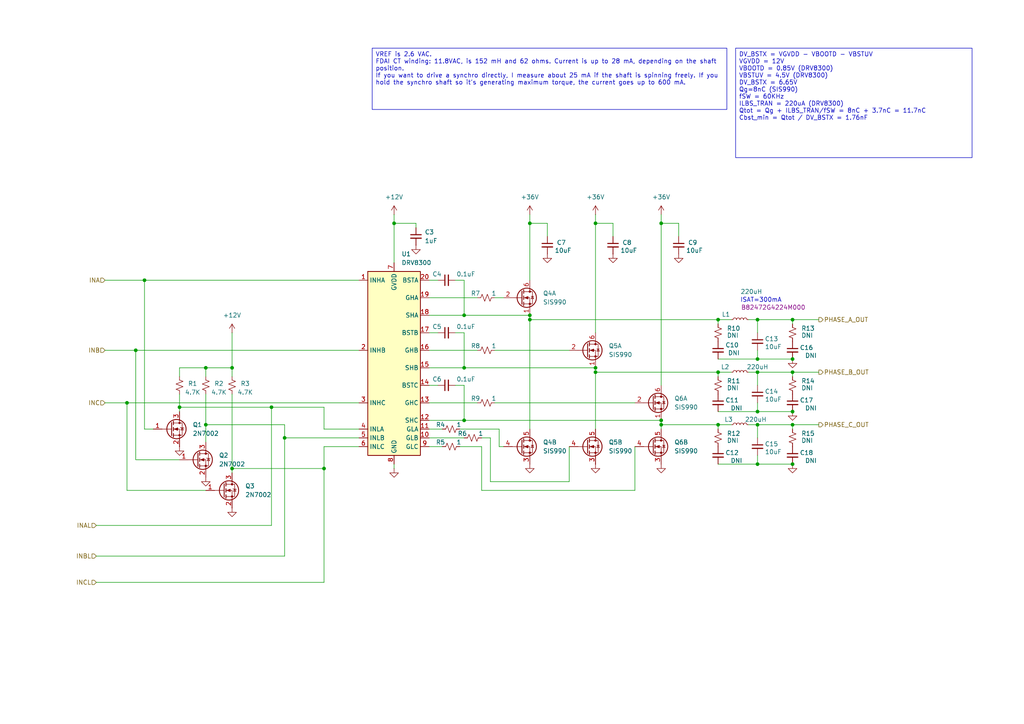
<source format=kicad_sch>
(kicad_sch (version 20250114) (generator "eeschema") (generator_version "9.0")
  (paper "A4")
  (lib_symbols
    (symbol "Device:C_Small" (pin_numbers (hide yes)) (pin_names (offset 0.254) (hide yes))
      (property "Reference" "C" (at 0.254 1.778 0))
      (property "Value" "C_Small" (at 0.254 -2.032 0))
      (symbol "C_Small_0_1"
        (polyline (pts (xy -1.524 0.508) (xy 1.524 0.508)) (stroke (width 0.3048)))
        (polyline (pts (xy -1.524 -0.508) (xy 1.524 -0.508)) (stroke (width 0.3302)))
      )
      (symbol "C_Small_1_1"
        (pin passive line (at 0 2.54 270) (length 2.032) (name "~") (number "1"))
        (pin passive line (at 0 -2.54 90) (length 2.032) (name "~") (number "2"))
      )
    )
    (symbol "Device:L_Small" (pin_numbers (hide yes)) (pin_names (offset 0.254) (hide yes))
      (property "Reference" "L" (at 0.762 1.016 0))
      (property "Value" "L_Small" (at 0.762 -1.016 0))
      (symbol "L_Small_0_1"
        (arc (start 0 2.032) (mid 0.5058 1.524) (end 0 1.016))
        (arc (start 0 1.016) (mid 0.5058 0.508) (end 0 0))
        (arc (start 0 0) (mid 0.5058 -0.508) (end 0 -1.016))
        (arc (start 0 -1.016) (mid 0.5058 -1.524) (end 0 -2.032))
      )
      (symbol "L_Small_1_1"
        (pin passive line (at 0 2.54 270) (length 0.508) (name "~") (number "1"))
        (pin passive line (at 0 -2.54 90) (length 0.508) (name "~") (number "2"))
      )
    )
    (symbol "Device:R_Small_US" (pin_numbers (hide yes)) (pin_names (offset 0.254) (hide yes))
      (property "Reference" "R" (at 0.762 0.508 0))
      (property "Value" "R_Small_US" (at 0.762 -1.016 0))
      (symbol "R_Small_US_1_1"
        (polyline (pts (xy 0 1.524) (xy 1.016 1.143) (xy 0 0.762) (xy -1.016 0.381) (xy 0 0)))
        (polyline (pts (xy 0 0) (xy 1.016 -0.381) (xy 0 -0.762) (xy -1.016 -1.143) (xy 0 -1.524)))
        (pin passive line (at 0 2.54 270) (length 1.016) (name "~") (number "1"))
        (pin passive line (at 0 -2.54 90) (length 1.016) (name "~") (number "2"))
      )
    )
    (symbol "Transistor_FET:2N7002" (pin_names (hide yes))
      (property "Reference" "Q" (at 5.08 1.905 0))
      (property "Value" "2N7002" (at 5.08 0 0))
      (symbol "2N7002_0_1"
        (polyline (pts (xy 0.254 1.905) (xy 0.254 -1.905)) (stroke (width 0.254)))
        (polyline (pts (xy 0.254 0) (xy -2.54 0)))
        (polyline (pts (xy 0.762 2.286) (xy 0.762 1.27)) (stroke (width 0.254)))
        (polyline (pts (xy 0.762 0.508) (xy 0.762 -0.508)) (stroke (width 0.254)))
        (polyline (pts (xy 0.762 -1.27) (xy 0.762 -2.286)) (stroke (width 0.254)))
        (polyline (pts (xy 0.762 -1.778) (xy 3.302 -1.778) (xy 3.302 1.778) (xy 0.762 1.778)))
        (polyline (pts (xy 1.016 0) (xy 2.032 0.381) (xy 2.032 -0.381) (xy 1.016 0)) (fill (type outline)))
        (circle (center 1.651 0) (radius 2.794) (stroke (width 0.254)))
        (polyline (pts (xy 2.54 2.54) (xy 2.54 1.778)))
        (circle (center 2.54 1.778) (radius 0.254) (fill (type outline)))
        (circle (center 2.54 -1.778) (radius 0.254) (fill (type outline)))
        (polyline (pts (xy 2.54 -2.54) (xy 2.54 0) (xy 0.762 0)))
        (polyline (pts (xy 2.794 0.508) (xy 2.921 0.381) (xy 3.683 0.381) (xy 3.81 0.254)))
        (polyline (pts (xy 3.302 0.381) (xy 2.921 -0.254) (xy 3.683 -0.254) (xy 3.302 0.381)))
      )
      (symbol "2N7002_1_1"
        (pin input line (at -5.08 0 0) (length 2.54) (name "G") (number "1"))
        (pin passive line (at 2.54 5.08 270) (length 2.54) (name "D") (number "3"))
        (pin passive line (at 2.54 -5.08 90) (length 2.54) (name "S") (number "2"))
      )
    )
    (symbol "Transistor_FET:Q_Dual_NMOS_S1G1S2G2D2D1" (pin_names (offset 0) (hide yes))
      (property "Reference" "Q" (at 5.08 1.905 0))
      (property "Value" "Q_Dual_NMOS_S1G1S2G2D2D1" (at 5.08 0 0))
      (symbol "Q_Dual_NMOS_S1G1S2G2D2D1_0_1"
        (polyline (pts (xy 0.254 1.905) (xy 0.254 -1.905)) (stroke (width 0.254)))
        (polyline (pts (xy 0.254 0) (xy -2.54 0)))
        (polyline (pts (xy 0.762 2.286) (xy 0.762 1.27)) (stroke (width 0.254)))
        (polyline (pts (xy 0.762 0.508) (xy 0.762 -0.508)) (stroke (width 0.254)))
        (polyline (pts (xy 0.762 -1.27) (xy 0.762 -2.286)) (stroke (width 0.254)))
        (polyline (pts (xy 0.762 -1.778) (xy 3.302 -1.778) (xy 3.302 1.778) (xy 0.762 1.778)))
        (polyline (pts (xy 1.016 0) (xy 2.032 0.381) (xy 2.032 -0.381) (xy 1.016 0)) (fill (type outline)))
        (circle (center 1.651 0) (radius 2.794) (stroke (width 0.254)))
        (polyline (pts (xy 2.54 2.54) (xy 2.54 1.778)))
        (circle (center 2.54 1.778) (radius 0.254) (fill (type outline)))
        (circle (center 2.54 -1.778) (radius 0.254) (fill (type outline)))
        (polyline (pts (xy 2.54 -2.54) (xy 2.54 0) (xy 0.762 0)))
        (polyline (pts (xy 2.921 0.381) (xy 3.683 0.381)))
        (polyline (pts (xy 3.302 0.381) (xy 2.921 -0.254) (xy 3.683 -0.254) (xy 3.302 0.381)))
      )
      (symbol "Q_Dual_NMOS_S1G1S2G2D2D1_1_1"
        (pin input line (at -5.08 0 0) (length 2.54) (name "G") (number "2"))
        (pin passive line (at 2.54 5.08 270) (length 2.54) (name "D") (number "6"))
        (pin passive line (at 2.54 -5.08 90) (length 2.54) (name "S") (number "1"))
      )
      (symbol "Q_Dual_NMOS_S1G1S2G2D2D1_2_1"
        (pin input line (at -5.08 0 0) (length 2.54) (name "G") (number "4"))
        (pin passive line (at 2.54 5.08 270) (length 2.54) (name "D") (number "5"))
        (pin passive line (at 2.54 -5.08 90) (length 2.54) (name "S") (number "3"))
      )
    )
    (symbol "misc_ic:DRV8300"
      (property "Reference" "U" (at 10.668 4.572 0))
      (property "Value" "DRV8300" (at 14.224 2.032 0))
      (symbol "DRV8300_1_1"
        (rectangle (start 0 0) (end 15.24 -53.34) (stroke (width 0.254)) (fill (type background)))
        (pin input line (at -2.54 -2.54 0) (length 2.54) (name "INHA") (number "1"))
        (pin input line (at -2.54 -22.86 0) (length 2.54) (name "INHB") (number "2"))
        (pin input line (at -2.54 -38.1 0) (length 2.54) (name "INHC") (number "3"))
        (pin input line (at -2.54 -45.72 0) (length 2.54) (name "INLA") (number "4"))
        (pin input line (at -2.54 -48.26 0) (length 2.54) (name "INLB") (number "5"))
        (pin input line (at -2.54 -50.8 0) (length 2.54) (name "INLC") (number "6"))
        (pin power_in line (at 7.62 2.54 270) (length 2.54) (name "GVDD") (number "7"))
        (pin power_in line (at 7.62 -55.88 90) (length 2.54) (name "GND") (number "8"))
        (pin output line (at 17.78 -2.54 180) (length 2.54) (name "BSTA") (number "20"))
        (pin output line (at 17.78 -7.62 180) (length 2.54) (name "GHA") (number "19"))
        (pin passive line (at 17.78 -12.7 180) (length 2.54) (name "SHA") (number "18"))
        (pin output line (at 17.78 -17.78 180) (length 2.54) (name "BSTB") (number "17"))
        (pin output line (at 17.78 -22.86 180) (length 2.54) (name "GHB") (number "16"))
        (pin passive line (at 17.78 -27.94 180) (length 2.54) (name "SHB") (number "15"))
        (pin output line (at 17.78 -33.02 180) (length 2.54) (name "BSTC") (number "14"))
        (pin output line (at 17.78 -38.1 180) (length 2.54) (name "GHC") (number "13"))
        (pin passive line (at 17.78 -43.18 180) (length 2.54) (name "SHC") (number "12"))
        (pin output line (at 17.78 -45.72 180) (length 2.54) (name "GLA") (number "11"))
        (pin output line (at 17.78 -48.26 180) (length 2.54) (name "GLB") (number "10"))
        (pin output line (at 17.78 -50.8 180) (length 2.54) (name "GLC") (number "9"))
      )
    )
    (symbol "power:+12V" (power) (pin_numbers (hide yes)) (pin_names (offset 0) (hide yes))
      (property "Value" "+12V" (at 0 3.556 0))
      (symbol "+12V_0_1"
        (polyline (pts (xy -0.762 1.27) (xy 0 2.54)))
        (polyline (pts (xy 0 2.54) (xy 0.762 1.27)))
        (polyline (pts (xy 0 0) (xy 0 2.54)))
      )
      (symbol "+12V_1_1"
        (pin power_in line (at 0 0 90) (length 0) (name "~") (number "1"))
      )
    )
    (symbol "power:+36V" (power) (pin_numbers (hide yes)) (pin_names (offset 0) (hide yes))
      (property "Value" "+36V" (at 0 3.556 0))
      (symbol "+36V_0_1"
        (polyline (pts (xy -0.762 1.27) (xy 0 2.54)))
        (polyline (pts (xy 0 2.54) (xy 0.762 1.27)))
        (polyline (pts (xy 0 0) (xy 0 2.54)))
      )
      (symbol "+36V_1_1"
        (pin power_in line (at 0 0 90) (length 0) (name "~") (number "1"))
      )
    )
    (symbol "power:GND" (power) (pin_numbers (hide yes)) (pin_names (offset 0) (hide yes))
      (property "Value" "GND" (at 0 -3.81 0))
      (symbol "GND_0_1"
        (polyline (pts (xy 0 0) (xy 0 -1.27) (xy 1.27 -1.27) (xy 0 -2.54) (xy -1.27 -1.27) (xy 0 -1.27)))
      )
      (symbol "GND_1_1"
        (pin power_in line (at 0 0 270) (length 0) (name "~") (number "1"))
      )
    )
  )
  (text "ISAT=300mA" (at 220.726 87.122 0) (effects (font (size 1.27 1.27))))
  (text_box "DV_BSTX = VGVDD - VBOOTD - VBSTUV\nVGVDD = 12V\nVBOOTD = 0.85V (DRV8300)\nVBSTUV = 4.5V (DRV8300)\nDV_BSTX = 6.65V\nQg=8nC (SIS990)\nfSW = 60KHz\nILBS_TRAN = 220uA (DRV8300)\nQtot = Qg + ILBS_TRAN/fSW = 8nC + 3.7nC = 11.7nC\nCbst_min = Qtot / DV_BSTX = 1.76nF" (at 213.36 13.97 0) (size 68.58 31.75) (margins 0.9525 0.9525 0.9525 0.9525) (effects (font (size 1.27 1.27)) (justify left top)))
  (text_box "VREF is 2.6 VAC.\nFDAI CT winding: 11.8VAC, is 152 mH and 62 ohms. Current is up to 28 mA, depending on the shaft position.\nIf you want to drive a synchro directly, I measure about 25 mA if the shaft is spinning freely. If you hold the synchro shaft so it's generating maximum torque, the current goes up to 600 mA.\n" (at 107.95 13.97 0) (size 102.87 17.78) (margins 0.9525 0.9525 0.9525 0.9525) (effects (font (size 1.27 1.27)) (justify left top)))
  (junction (at 36.83 116.84))
  (junction (at 172.72 107.95))
  (junction (at 219.71 119.38))
  (junction (at 153.67 91.44))
  (junction (at 134.62 121.92))
  (junction (at 52.07 118.11))
  (junction (at 134.62 106.68))
  (junction (at 59.69 123.19))
  (junction (at 191.77 123.19))
  (junction (at 153.67 64.77))
  (junction (at 153.67 92.71))
  (junction (at 82.55 127))
  (junction (at 219.71 123.19))
  (junction (at 219.71 107.95))
  (junction (at 41.91 81.28))
  (junction (at 229.87 134.62))
  (junction (at 172.72 106.68))
  (junction (at 219.71 104.14))
  (junction (at 59.69 106.68))
  (junction (at 219.71 134.62))
  (junction (at 229.87 119.38))
  (junction (at 172.72 64.77))
  (junction (at 229.87 107.95))
  (junction (at 67.31 106.68))
  (junction (at 208.28 92.71))
  (junction (at 229.87 123.19))
  (junction (at 208.28 123.19))
  (junction (at 93.98 135.89))
  (junction (at 219.71 92.71))
  (junction (at 229.87 92.71))
  (junction (at 208.28 107.95))
  (junction (at 191.77 121.92))
  (junction (at 39.37 101.6))
  (junction (at 134.62 91.44))
  (junction (at 191.77 64.77))
  (junction (at 78.74 118.11))
  (junction (at 67.31 135.89))
  (junction (at 114.3 64.77))
  (junction (at 229.87 104.14))
  (wire (pts (xy 172.72 62.23) (xy 172.72 64.77)))
  (wire (pts (xy 52.07 106.68) (xy 52.07 109.22)))
  (wire (pts (xy 143.51 116.84) (xy 184.15 116.84)))
  (wire (pts (xy 144.78 129.54) (xy 146.05 129.54)))
  (wire (pts (xy 229.87 107.95) (xy 229.87 109.22)))
  (wire (pts (xy 128.27 129.54) (xy 124.46 129.54)))
  (wire (pts (xy 114.3 135.89) (xy 114.3 134.62)))
  (wire (pts (xy 134.62 106.68) (xy 172.72 106.68)))
  (wire (pts (xy 124.46 96.52) (xy 127 96.52)))
  (wire (pts (xy 229.87 123.19) (xy 237.49 123.19)))
  (wire (pts (xy 134.62 111.76) (xy 134.62 121.92)))
  (wire (pts (xy 67.31 135.89) (xy 93.98 135.89)))
  (wire (pts (xy 208.28 123.19) (xy 208.28 124.46)))
  (wire (pts (xy 191.77 123.19) (xy 191.77 124.46)))
  (wire (pts (xy 93.98 168.91) (xy 93.98 135.89)))
  (wire (pts (xy 67.31 106.68) (xy 67.31 109.22)))
  (wire (pts (xy 208.28 107.95) (xy 212.09 107.95)))
  (wire (pts (xy 39.37 133.35) (xy 52.07 133.35)))
  (wire (pts (xy 219.71 134.62) (xy 219.71 132.08)))
  (wire (pts (xy 128.27 124.46) (xy 124.46 124.46)))
  (wire (pts (xy 143.51 101.6) (xy 165.1 101.6)))
  (wire (pts (xy 208.28 92.71) (xy 208.28 93.98)))
  (wire (pts (xy 158.75 64.77) (xy 153.67 64.77)))
  (wire (pts (xy 208.28 92.71) (xy 212.09 92.71)))
  (wire (pts (xy 172.72 107.95) (xy 208.28 107.95)))
  (wire (pts (xy 134.62 121.92) (xy 191.77 121.92)))
  (wire (pts (xy 82.55 123.19) (xy 82.55 127)))
  (wire (pts (xy 41.91 81.28) (xy 104.14 81.28)))
  (wire (pts (xy 144.78 129.54) (xy 144.78 124.46)))
  (wire (pts (xy 177.8 68.58) (xy 177.8 64.77)))
  (wire (pts (xy 143.51 86.36) (xy 146.05 86.36)))
  (wire (pts (xy 93.98 129.54) (xy 93.98 135.89)))
  (wire (pts (xy 229.87 123.19) (xy 229.87 124.46)))
  (wire (pts (xy 153.67 92.71) (xy 153.67 124.46)))
  (wire (pts (xy 132.08 111.76) (xy 134.62 111.76)))
  (wire (pts (xy 82.55 127) (xy 104.14 127)))
  (wire (pts (xy 67.31 106.68) (xy 59.69 106.68)))
  (wire (pts (xy 219.71 104.14) (xy 229.87 104.14)))
  (wire (pts (xy 124.46 81.28) (xy 127 81.28)))
  (wire (pts (xy 39.37 133.35) (xy 39.37 101.6)))
  (wire (pts (xy 208.28 107.95) (xy 208.28 109.22)))
  (wire (pts (xy 114.3 64.77) (xy 120.65 64.77)))
  (wire (pts (xy 172.72 64.77) (xy 172.72 96.52)))
  (wire (pts (xy 219.71 119.38) (xy 219.71 116.84)))
  (wire (pts (xy 27.94 152.4) (xy 78.74 152.4)))
  (wire (pts (xy 67.31 135.89) (xy 67.31 137.16)))
  (wire (pts (xy 114.3 62.23) (xy 114.3 64.77)))
  (wire (pts (xy 142.24 139.7) (xy 142.24 127)))
  (wire (pts (xy 142.24 127) (xy 139.7 127)))
  (wire (pts (xy 219.71 107.95) (xy 229.87 107.95)))
  (wire (pts (xy 153.67 91.44) (xy 153.67 92.71)))
  (wire (pts (xy 229.87 92.71) (xy 237.49 92.71)))
  (wire (pts (xy 134.62 127) (xy 124.46 127)))
  (wire (pts (xy 219.71 119.38) (xy 229.87 119.38)))
  (wire (pts (xy 82.55 161.29) (xy 82.55 127)))
  (wire (pts (xy 120.65 64.77) (xy 120.65 66.04)))
  (wire (pts (xy 124.46 111.76) (xy 127 111.76)))
  (wire (pts (xy 124.46 91.44) (xy 134.62 91.44)))
  (wire (pts (xy 153.67 64.77) (xy 153.67 81.28)))
  (wire (pts (xy 132.08 96.52) (xy 134.62 96.52)))
  (wire (pts (xy 67.31 96.52) (xy 67.31 106.68)))
  (wire (pts (xy 59.69 114.3) (xy 59.69 123.19)))
  (wire (pts (xy 219.71 96.52) (xy 219.71 92.71)))
  (wire (pts (xy 158.75 68.58) (xy 158.75 64.77)))
  (wire (pts (xy 124.46 101.6) (xy 138.43 101.6)))
  (wire (pts (xy 165.1 139.7) (xy 142.24 139.7)))
  (wire (pts (xy 208.28 104.14) (xy 219.71 104.14)))
  (wire (pts (xy 124.46 106.68) (xy 134.62 106.68)))
  (wire (pts (xy 52.07 118.11) (xy 52.07 119.38)))
  (wire (pts (xy 208.28 134.62) (xy 219.71 134.62)))
  (wire (pts (xy 59.69 123.19) (xy 59.69 128.27)))
  (wire (pts (xy 208.28 123.19) (xy 212.09 123.19)))
  (wire (pts (xy 93.98 129.54) (xy 104.14 129.54)))
  (wire (pts (xy 184.15 129.54) (xy 184.15 142.24)))
  (wire (pts (xy 30.48 101.6) (xy 39.37 101.6)))
  (wire (pts (xy 41.91 124.46) (xy 41.91 81.28)))
  (wire (pts (xy 219.71 111.76) (xy 219.71 107.95)))
  (wire (pts (xy 134.62 91.44) (xy 153.67 91.44)))
  (wire (pts (xy 114.3 64.77) (xy 114.3 76.2)))
  (wire (pts (xy 153.67 92.71) (xy 208.28 92.71)))
  (wire (pts (xy 191.77 121.92) (xy 191.77 123.19)))
  (wire (pts (xy 124.46 121.92) (xy 134.62 121.92)))
  (wire (pts (xy 139.7 142.24) (xy 139.7 129.54)))
  (wire (pts (xy 219.71 104.14) (xy 219.71 101.6)))
  (wire (pts (xy 165.1 129.54) (xy 165.1 139.7)))
  (wire (pts (xy 124.46 86.36) (xy 138.43 86.36)))
  (wire (pts (xy 93.98 118.11) (xy 93.98 124.46)))
  (wire (pts (xy 219.71 123.19) (xy 229.87 123.19)))
  (wire (pts (xy 59.69 106.68) (xy 59.69 109.22)))
  (wire (pts (xy 36.83 142.24) (xy 36.83 116.84)))
  (wire (pts (xy 144.78 124.46) (xy 133.35 124.46)))
  (wire (pts (xy 30.48 81.28) (xy 41.91 81.28)))
  (wire (pts (xy 134.62 81.28) (xy 134.62 91.44)))
  (wire (pts (xy 139.7 129.54) (xy 133.35 129.54)))
  (wire (pts (xy 219.71 134.62) (xy 229.87 134.62)))
  (wire (pts (xy 229.87 107.95) (xy 237.49 107.95)))
  (wire (pts (xy 27.94 168.91) (xy 93.98 168.91)))
  (wire (pts (xy 52.07 114.3) (xy 52.07 118.11)))
  (wire (pts (xy 191.77 62.23) (xy 191.77 64.77)))
  (wire (pts (xy 177.8 64.77) (xy 172.72 64.77)))
  (wire (pts (xy 93.98 124.46) (xy 104.14 124.46)))
  (wire (pts (xy 219.71 107.95) (xy 217.17 107.95)))
  (wire (pts (xy 78.74 152.4) (xy 78.74 118.11)))
  (wire (pts (xy 153.67 62.23) (xy 153.67 64.77)))
  (wire (pts (xy 132.08 81.28) (xy 134.62 81.28)))
  (wire (pts (xy 78.74 118.11) (xy 93.98 118.11)))
  (wire (pts (xy 229.87 92.71) (xy 229.87 93.98)))
  (wire (pts (xy 59.69 106.68) (xy 52.07 106.68)))
  (wire (pts (xy 184.15 142.24) (xy 139.7 142.24)))
  (wire (pts (xy 191.77 64.77) (xy 191.77 111.76)))
  (wire (pts (xy 219.71 92.71) (xy 229.87 92.71)))
  (wire (pts (xy 208.28 119.38) (xy 219.71 119.38)))
  (wire (pts (xy 36.83 116.84) (xy 104.14 116.84)))
  (wire (pts (xy 36.83 142.24) (xy 59.69 142.24)))
  (wire (pts (xy 67.31 114.3) (xy 67.31 135.89)))
  (wire (pts (xy 44.45 124.46) (xy 41.91 124.46)))
  (wire (pts (xy 219.71 92.71) (xy 217.17 92.71)))
  (wire (pts (xy 30.48 116.84) (xy 36.83 116.84)))
  (wire (pts (xy 219.71 123.19) (xy 217.17 123.19)))
  (wire (pts (xy 196.85 64.77) (xy 191.77 64.77)))
  (wire (pts (xy 27.94 161.29) (xy 82.55 161.29)))
  (wire (pts (xy 196.85 68.58) (xy 196.85 64.77)))
  (wire (pts (xy 172.72 106.68) (xy 172.72 107.95)))
  (wire (pts (xy 52.07 118.11) (xy 78.74 118.11)))
  (wire (pts (xy 59.69 123.19) (xy 82.55 123.19)))
  (wire (pts (xy 172.72 107.95) (xy 172.72 124.46)))
  (wire (pts (xy 39.37 101.6) (xy 104.14 101.6)))
  (wire (pts (xy 134.62 96.52) (xy 134.62 106.68)))
  (wire (pts (xy 191.77 123.19) (xy 208.28 123.19)))
  (wire (pts (xy 219.71 127) (xy 219.71 123.19)))
  (wire (pts (xy 124.46 116.84) (xy 138.43 116.84)))
  (hierarchical_label "PHASE_C_OUT" (shape output) (at 237.49 123.19 0))
  (hierarchical_label "PHASE_B_OUT" (shape output) (at 237.49 107.95 0))
  (hierarchical_label "INA" (shape input) (at 30.48 81.28 180))
  (hierarchical_label "INC" (shape input) (at 30.48 116.84 180))
  (hierarchical_label "INBL" (shape input) (at 27.94 161.29 180))
  (hierarchical_label "PHASE_A_OUT" (shape output) (at 237.49 92.71 0))
  (hierarchical_label "INB" (shape input) (at 30.48 101.6 180))
  (hierarchical_label "INAL" (shape input) (at 27.94 152.4 180))
  (hierarchical_label "INCL" (shape input) (at 27.94 168.91 180))
  (symbol (lib_id "Device:C_Small") (at 208.28 101.6 0) (unit 1)
    (property "Reference" "C10" (at 212.344 100.076 0))
    (property "Value" "DNI" (at 212.852 102.362 0))
    (property "Footprint" "Passive:CAPC2012X55" (effects (hide yes)))
    (property "Description" "Unpolarized capacitor, small symbol" (effects (hide yes)))
    (instances (project "SynchroDriverD" (path "" (reference "C10") (unit 1))) (project "SynchroDriverD" (path "" (reference "C44") (unit 1)) (path "" (reference "C16") (unit 1)) (path "" (reference "C60") (unit 1))))
  )
  (symbol (lib_id "Device:L_Small") (at 214.63 107.95 90) (unit 1)
    (property "Reference" "L2" (at 210.312 106.426 90))
    (property "Value" "220uH" (at 219.71 106.426 90))
    (property "Footprint" "Inductor_SMD:L_7.3x7.3_H3.5" (effects (hide yes)))
    (property "Description" "Inductor, small symbol" (effects (hide yes)))
    (property "MPN" "B82472G4224M000" (effects (hide yes)))
    (instances (project "SynchroDriverD" (path "" (reference "L2") (unit 1))) (project "SynchroDriverD" (path "" (reference "L5") (unit 1)) (path "" (reference "L2") (unit 1)) (path "" (reference "L8") (unit 1))))
  )
  (symbol (lib_id "Device:C_Small") (at 208.28 116.84 0) (unit 1)
    (property "Reference" "C11" (at 212.344 116.078 0))
    (property "Value" "DNI" (at 213.614 118.364 0))
    (property "Footprint" "Passive:CAPC2012X55" (effects (hide yes)))
    (property "Description" "Unpolarized capacitor, small symbol" (effects (hide yes)))
    (instances (project "SynchroDriverD" (path "" (reference "C11") (unit 1))) (project "SynchroDriverD" (path "" (reference "C45") (unit 1)) (path "" (reference "C17") (unit 1)) (path "" (reference "C61") (unit 1))))
  )
  (symbol (lib_id "Device:R_Small_US") (at 208.28 111.76 0) (unit 1)
    (property "Reference" "R11" (at 210.82 110.4899 0) (effects (justify left)))
    (property "Value" "DNI" (at 210.82 112.522 0) (effects (justify left)))
    (property "Footprint" "Passive:RESC2012X55" (effects (hide yes)))
    (property "Description" "Resistor, small US symbol" (effects (hide yes)))
    (instances (project "SynchroDriverD" (path "" (reference "R11") (unit 1))) (project "SynchroDriverD" (path "" (reference "R54") (unit 1)) (path "" (reference "R12") (unit 1)) (path "" (reference "R66") (unit 1))))
  )
  (symbol (lib_id "power:GND") (at 67.31 147.32 0) (unit 1)
    (property "Reference" "#PWR010" (effects (hide yes)))
    (property "Value" "GND" (effects (hide yes)))
    (property "Description" "Power symbol creates a global label with name \"GND\" , ground" (effects (hide yes)))
  )
  (symbol (lib_id "Transistor_FET:2N7002") (at 49.53 124.46 0) (unit 1)
    (property "Reference" "Q1" (at 55.88 123.1899 0) (effects (justify left)))
    (property "Value" "2N7002" (at 55.88 125.7299 0) (effects (justify left)))
    (property "Footprint" "Package_TO_SOT_SMD:SOT-23" (effects (hide yes)))
    (property "Datasheet" "https://www.onsemi.com/pub/Collateral/NDS7002A-D.PDF" (effects (hide yes)))
    (property "Description" "0.115A Id, 60V Vds, N-Channel MOSFET, SOT-23" (effects (hide yes)))
  )
  (symbol (lib_id "Transistor_FET:Q_Dual_NMOS_S1G1S2G2D2D1") (at 151.13 129.54 0) (unit 2)
    (property "Reference" "Q4" (at 157.48 128.2699 0) (effects (justify left)))
    (property "Value" "SIS990" (at 157.48 130.8099 0) (effects (justify left)))
    (property "Footprint" "Package_SO:Vishay_PowerPAK_1212-8_Dual" (effects (hide yes)))
    (property "Description" "Dual NMOS transistor, 6 pin package" (effects (hide yes)))
    (instances (project "SynchroDriverD" (path "" (reference "Q4") (unit 2))) (project "SynchroDriverD" (path "" (reference "Q4") (unit 2)) (path "" (reference "Q1") (unit 2)) (path "" (reference "Q7") (unit 2))))
  )
  (symbol (lib_id "Device:C_Small") (at 229.87 116.84 0) (unit 1)
    (property "Reference" "C17" (at 233.934 116.078 0))
    (property "Value" "DNI" (at 235.204 118.364 0))
    (property "Footprint" "Passive:CAPC2012X55" (effects (hide yes)))
    (property "Description" "Unpolarized capacitor, small symbol" (effects (hide yes)))
    (instances (project "SynchroDriverD" (path "" (reference "C17") (unit 1))) (project "SynchroDriverD" (path "" (reference "C51") (unit 1)) (path "" (reference "C23") (unit 1)) (path "" (reference "C67") (unit 1))))
  )
  (symbol (lib_id "power:GND") (at 177.8 73.66 0) (unit 1)
    (property "Reference" "#PWR019" (effects (hide yes)))
    (property "Value" "GND" (effects (hide yes)))
    (property "Description" "Power symbol creates a global label with name \"GND\" , ground" (effects (hide yes)))
    (instances (project "SynchroDriverD" (path "" (reference "#PWR019") (unit 1))) (project "SynchroDriverD" (path "" (reference "#PWR059") (unit 1)) (path "" (reference "#PWR038") (unit 1)) (path "" (reference "#PWR074") (unit 1))))
  )
  (symbol (lib_id "Device:R_Small_US") (at 130.81 129.54 90) (unit 1)
    (property "Reference" "R5" (at 127.762 128.27 90))
    (property "Value" "1" (at 133.096 128.27 90))
    (property "Footprint" "Passive:RESC1608X55" (effects (hide yes)))
    (property "Description" "Resistor, small US symbol" (effects (hide yes)))
    (instances (project "SynchroDriverD" (path "" (reference "R5") (unit 1))) (project "SynchroDriverD" (path "" (reference "R48") (unit 1)) (path "" (reference "R6") (unit 1)) (path "" (reference "R60") (unit 1))))
  )
  (symbol (lib_id "power:GND") (at 114.3 135.89 0) (unit 1)
    (property "Reference" "#PWR012" (effects (hide yes)))
    (property "Value" "GND" (effects (hide yes)))
    (property "Description" "Power symbol creates a global label with name \"GND\" , ground" (effects (hide yes)))
    (instances (project "SynchroDriverD" (path "" (reference "#PWR012") (unit 1))) (project "SynchroDriverD" (path "" (reference "#PWR052") (unit 1)) (path "" (reference "#PWR031") (unit 1)) (path "" (reference "#PWR067") (unit 1))))
  )
  (symbol (lib_id "Device:C_Small") (at 219.71 129.54 0) (unit 1)
    (property "Reference" "C15" (at 223.774 128.778 0))
    (property "Value" "10uF" (at 224.282 131.064 0))
    (property "Footprint" "Capacitor_SMD:C_1206_3216Metric" (effects (hide yes)))
    (property "Description" "Unpolarized capacitor, small symbol" (effects (hide yes)))
    (property "MPN" "CL31A106KBHNNNE" (effects (hide yes)))
    (instances (project "SynchroDriverD" (path "" (reference "C15") (unit 1))) (project "SynchroDriverD" (path "" (reference "C49") (unit 1)) (path "" (reference "C21") (unit 1)) (path "" (reference "C65") (unit 1))))
  )
  (symbol (lib_id "Device:R_Small_US") (at 140.97 116.84 90) (unit 1)
    (property "Reference" "R9" (at 137.922 115.57 90))
    (property "Value" "1" (at 143.256 115.57 90))
    (property "Footprint" "Passive:RESC1608X55" (effects (hide yes)))
    (property "Description" "Resistor, small US symbol" (effects (hide yes)))
    (instances (project "SynchroDriverD" (path "" (reference "R9") (unit 1))) (project "SynchroDriverD" (path "" (reference "R52") (unit 1)) (path "" (reference "R10") (unit 1)) (path "" (reference "R64") (unit 1))))
  )
  (symbol (lib_id "Device:R_Small_US") (at 52.07 111.76 180) (unit 1)
    (property "Reference" "R1" (at 55.88 111.252 0))
    (property "Value" "4.7K" (at 55.88 113.792 0))
    (property "Footprint" "Passive:RESC1608X55" (effects (hide yes)))
    (property "Description" "Resistor, small US symbol" (effects (hide yes)))
  )
  (symbol (lib_id "power:+12V") (at 114.3 62.23 0) (unit 1)
    (property "Reference" "#PWR011" (effects (hide yes)))
    (property "Value" "+12V" (at 114.3 57.15 0))
    (property "Description" "Power symbol creates a global label with name \"+12V\"" (effects (hide yes)))
    (instances (project "SynchroDriverD" (path "" (reference "#PWR011") (unit 1))) (project "SynchroDriverD" (path "" (reference "#PWR051") (unit 1)) (path "" (reference "#PWR030") (unit 1)) (path "" (reference "#PWR066") (unit 1))))
  )
  (symbol (lib_id "Device:R_Small_US") (at 229.87 96.52 0) (unit 1)
    (property "Reference" "R13" (at 232.41 95.2499 0) (effects (justify left)))
    (property "Value" "DNI" (at 232.41 97.282 0) (effects (justify left)))
    (property "Footprint" "Passive:RESC2012X55" (effects (hide yes)))
    (property "Description" "Resistor, small US symbol" (effects (hide yes)))
    (instances (project "SynchroDriverD" (path "" (reference "R13") (unit 1))) (project "SynchroDriverD" (path "" (reference "R56") (unit 1)) (path "" (reference "R14") (unit 1)) (path "" (reference "R68") (unit 1))))
  )
  (symbol (lib_id "power:+36V") (at 153.67 62.23 0) (unit 1)
    (property "Reference" "#PWR014" (effects (hide yes)))
    (property "Value" "+36V" (at 153.67 57.15 0))
    (property "Description" "Power symbol creates a global label with name \"+36V\"" (effects (hide yes)))
    (instances (project "SynchroDriverD" (path "" (reference "#PWR014") (unit 1))) (project "SynchroDriverD" (path "" (reference "#PWR054") (unit 1)) (path "" (reference "#PWR033") (unit 1)) (path "" (reference "#PWR069") (unit 1))))
  )
  (symbol (lib_id "Device:C_Small") (at 219.71 99.06 0) (unit 1)
    (property "Reference" "C13" (at 223.774 98.298 0))
    (property "Value" "10uF" (at 224.282 100.584 0))
    (property "Footprint" "Capacitor_SMD:C_1206_3216Metric" (effects (hide yes)))
    (property "Description" "Unpolarized capacitor, small symbol" (effects (hide yes)))
    (property "MPN" "CL31A106KBHNNNE" (effects (hide yes)))
    (instances (project "SynchroDriverD" (path "" (reference "C13") (unit 1))) (project "SynchroDriverD" (path "" (reference "C47") (unit 1)) (path "" (reference "C19") (unit 1)) (path "" (reference "C63") (unit 1))))
  )
  (symbol (lib_id "Device:L_Small") (at 214.63 123.19 90) (unit 1)
    (property "Reference" "L3" (at 211.328 121.666 90))
    (property "Value" "220uH" (at 219.202 121.666 90))
    (property "Footprint" "Inductor_SMD:L_7.3x7.3_H3.5" (effects (hide yes)))
    (property "Description" "Inductor, small symbol" (effects (hide yes)))
    (property "MPN" "B82472G4224M000" (effects (hide yes)))
    (instances (project "SynchroDriverD" (path "" (reference "L3") (unit 1))) (project "SynchroDriverD" (path "" (reference "L6") (unit 1)) (path "" (reference "L3") (unit 1)) (path "" (reference "L9") (unit 1))))
  )
  (symbol (lib_id "Device:L_Small") (at 214.63 92.71 90) (unit 1)
    (property "Reference" "L1" (at 210.566 91.186 90))
    (property "Value" "220uH" (at 217.932 84.582 90))
    (property "Footprint" "Inductor_SMD:L_7.3x7.3_H3.5" (effects (hide yes)))
    (property "Description" "Inductor, small symbol" (effects (hide yes)))
    (property "MPN" "B82472G4224M000" (at 224.282 89.154 90))
    (instances (project "SynchroDriverD" (path "" (reference "L1") (unit 1))) (project "SynchroDriverD" (path "" (reference "L4") (unit 1)) (path "" (reference "L1") (unit 1)) (path "" (reference "L7") (unit 1))))
  )
  (symbol (lib_id "power:GND") (at 191.77 134.62 0) (unit 1)
    (property "Reference" "#PWR021" (effects (hide yes)))
    (property "Value" "GND" (effects (hide yes)))
    (property "Description" "Power symbol creates a global label with name \"GND\" , ground" (effects (hide yes)))
    (instances (project "SynchroDriverD" (path "" (reference "#PWR021") (unit 1))) (project "SynchroDriverD" (path "" (reference "#PWR061") (unit 1)) (path "" (reference "#PWR040") (unit 1)) (path "" (reference "#PWR076") (unit 1))))
  )
  (symbol (lib_id "power:GND") (at 196.85 73.66 0) (unit 1)
    (property "Reference" "#PWR022" (effects (hide yes)))
    (property "Value" "GND" (effects (hide yes)))
    (property "Description" "Power symbol creates a global label with name \"GND\" , ground" (effects (hide yes)))
    (instances (project "SynchroDriverD" (path "" (reference "#PWR022") (unit 1))) (project "SynchroDriverD" (path "" (reference "#PWR062") (unit 1)) (path "" (reference "#PWR041") (unit 1)) (path "" (reference "#PWR077") (unit 1))))
  )
  (symbol (lib_id "power:+12V") (at 67.31 96.52 0) (unit 1)
    (property "Reference" "#PWR09" (effects (hide yes)))
    (property "Value" "+12V" (at 67.31 91.44 0))
    (property "Description" "Power symbol creates a global label with name \"+12V\"" (effects (hide yes)))
  )
  (symbol (lib_id "power:GND") (at 52.07 129.54 0) (unit 1)
    (property "Reference" "#PWR07" (effects (hide yes)))
    (property "Value" "GND" (effects (hide yes)))
    (property "Description" "Power symbol creates a global label with name \"GND\" , ground" (effects (hide yes)))
  )
  (symbol (lib_id "Device:C_Small") (at 177.8 71.12 0) (unit 1)
    (property "Reference" "C8" (at 181.864 70.358 0))
    (property "Value" "10uF" (at 182.372 72.644 0))
    (property "Footprint" "Capacitor_SMD:C_1206_3216Metric" (effects (hide yes)))
    (property "Description" "Unpolarized capacitor, small symbol" (effects (hide yes)))
    (property "MPN" "CL31A106KBHNNNE" (effects (hide yes)))
    (instances (project "SynchroDriverD" (path "" (reference "C8") (unit 1))) (project "SynchroDriverD" (path "" (reference "C42") (unit 1)) (path "" (reference "C14") (unit 1)) (path "" (reference "C58") (unit 1))))
  )
  (symbol (lib_id "Device:R_Small_US") (at 229.87 111.76 0) (unit 1)
    (property "Reference" "R14" (at 232.41 110.4899 0) (effects (justify left)))
    (property "Value" "DNI" (at 232.41 112.522 0) (effects (justify left)))
    (property "Footprint" "Passive:RESC2012X55" (effects (hide yes)))
    (property "Description" "Resistor, small US symbol" (effects (hide yes)))
    (instances (project "SynchroDriverD" (path "" (reference "R14") (unit 1))) (project "SynchroDriverD" (path "" (reference "R57") (unit 1)) (path "" (reference "R15") (unit 1)) (path "" (reference "R69") (unit 1))))
  )
  (symbol (lib_id "Transistor_FET:2N7002") (at 57.15 133.35 0) (unit 1)
    (property "Reference" "Q2" (at 63.5 132.0799 0) (effects (justify left)))
    (property "Value" "2N7002" (at 63.5 134.6199 0) (effects (justify left)))
    (property "Footprint" "Package_TO_SOT_SMD:SOT-23" (effects (hide yes)))
    (property "Datasheet" "https://www.onsemi.com/pub/Collateral/NDS7002A-D.PDF" (effects (hide yes)))
    (property "Description" "0.115A Id, 60V Vds, N-Channel MOSFET, SOT-23" (effects (hide yes)))
  )
  (symbol (lib_id "power:GND") (at 153.67 134.62 0) (unit 1)
    (property "Reference" "#PWR015" (effects (hide yes)))
    (property "Value" "GND" (effects (hide yes)))
    (property "Description" "Power symbol creates a global label with name \"GND\" , ground" (effects (hide yes)))
    (instances (project "SynchroDriverD" (path "" (reference "#PWR015") (unit 1))) (project "SynchroDriverD" (path "" (reference "#PWR055") (unit 1)) (path "" (reference "#PWR034") (unit 1)) (path "" (reference "#PWR070") (unit 1))))
  )
  (symbol (lib_id "Device:R_Small_US") (at 208.28 127 0) (unit 1)
    (property "Reference" "R12" (at 210.82 125.7299 0) (effects (justify left)))
    (property "Value" "DNI" (at 210.82 127.762 0) (effects (justify left)))
    (property "Footprint" "Passive:RESC2012X55" (effects (hide yes)))
    (property "Description" "Resistor, small US symbol" (effects (hide yes)))
    (instances (project "SynchroDriverD" (path "" (reference "R12") (unit 1))) (project "SynchroDriverD" (path "" (reference "R55") (unit 1)) (path "" (reference "R13") (unit 1)) (path "" (reference "R67") (unit 1))))
  )
  (symbol (lib_id "Device:C_Small") (at 229.87 101.6 0) (unit 1)
    (property "Reference" "C16" (at 233.934 100.838 0))
    (property "Value" "DNI" (at 235.204 103.124 0))
    (property "Footprint" "Passive:CAPC2012X55" (effects (hide yes)))
    (property "Description" "Unpolarized capacitor, small symbol" (effects (hide yes)))
    (instances (project "SynchroDriverD" (path "" (reference "C16") (unit 1))) (project "SynchroDriverD" (path "" (reference "C50") (unit 1)) (path "" (reference "C22") (unit 1)) (path "" (reference "C66") (unit 1))))
  )
  (symbol (lib_id "Device:C_Small") (at 208.28 132.08 0) (unit 1)
    (property "Reference" "C12" (at 212.344 131.318 0))
    (property "Value" "DNI" (at 213.614 133.604 0))
    (property "Footprint" "Passive:CAPC2012X55" (effects (hide yes)))
    (property "Description" "Unpolarized capacitor, small symbol" (effects (hide yes)))
    (instances (project "SynchroDriverD" (path "" (reference "C12") (unit 1))) (project "SynchroDriverD" (path "" (reference "C46") (unit 1)) (path "" (reference "C18") (unit 1)) (path "" (reference "C62") (unit 1))))
  )
  (symbol (lib_id "power:GND") (at 172.72 134.62 0) (unit 1)
    (property "Reference" "#PWR018" (effects (hide yes)))
    (property "Value" "GND" (effects (hide yes)))
    (property "Description" "Power symbol creates a global label with name \"GND\" , ground" (effects (hide yes)))
    (instances (project "SynchroDriverD" (path "" (reference "#PWR018") (unit 1))) (project "SynchroDriverD" (path "" (reference "#PWR058") (unit 1)) (path "" (reference "#PWR037") (unit 1)) (path "" (reference "#PWR073") (unit 1))))
  )
  (symbol (lib_id "Device:R_Small_US") (at 59.69 111.76 180) (unit 1)
    (property "Reference" "R2" (at 63.5 111.252 0))
    (property "Value" "4.7K" (at 63.5 113.792 0))
    (property "Footprint" "Passive:RESC1608X55" (effects (hide yes)))
    (property "Description" "Resistor, small US symbol" (effects (hide yes)))
  )
  (symbol (lib_id "Device:R_Small_US") (at 140.97 86.36 90) (unit 1)
    (property "Reference" "R7" (at 137.922 85.09 90))
    (property "Value" "1" (at 143.256 85.09 90))
    (property "Footprint" "Passive:RESC1608X55" (effects (hide yes)))
    (property "Description" "Resistor, small US symbol" (effects (hide yes)))
    (instances (project "SynchroDriverD" (path "" (reference "R7") (unit 1))) (project "SynchroDriverD" (path "" (reference "R50") (unit 1)) (path "" (reference "R8") (unit 1)) (path "" (reference "R62") (unit 1))))
  )
  (symbol (lib_id "Device:R_Small_US") (at 67.31 111.76 180) (unit 1)
    (property "Reference" "R3" (at 71.12 111.252 0))
    (property "Value" "4.7K" (at 71.12 113.792 0))
    (property "Footprint" "Passive:RESC1608X55" (effects (hide yes)))
    (property "Description" "Resistor, small US symbol" (effects (hide yes)))
  )
  (symbol (lib_id "power:+36V") (at 172.72 62.23 0) (unit 1)
    (property "Reference" "#PWR017" (effects (hide yes)))
    (property "Value" "+36V" (at 172.72 57.15 0))
    (property "Description" "Power symbol creates a global label with name \"+36V\"" (effects (hide yes)))
    (instances (project "SynchroDriverD" (path "" (reference "#PWR017") (unit 1))) (project "SynchroDriverD" (path "" (reference "#PWR057") (unit 1)) (path "" (reference "#PWR036") (unit 1)) (path "" (reference "#PWR072") (unit 1))))
  )
  (symbol (lib_id "Device:R_Small_US") (at 140.97 101.6 90) (unit 1)
    (property "Reference" "R8" (at 137.922 100.33 90))
    (property "Value" "1" (at 143.256 100.33 90))
    (property "Footprint" "Passive:RESC1608X55" (effects (hide yes)))
    (property "Description" "Resistor, small US symbol" (effects (hide yes)))
    (instances (project "SynchroDriverD" (path "" (reference "R8") (unit 1))) (project "SynchroDriverD" (path "" (reference "R51") (unit 1)) (path "" (reference "R9") (unit 1)) (path "" (reference "R63") (unit 1))))
  )
  (symbol (lib_id "Device:C_Small") (at 219.71 114.3 0) (unit 1)
    (property "Reference" "C14" (at 223.774 113.538 0))
    (property "Value" "10uF" (at 224.282 115.824 0))
    (property "Footprint" "Capacitor_SMD:C_1206_3216Metric" (effects (hide yes)))
    (property "Description" "Unpolarized capacitor, small symbol" (effects (hide yes)))
    (property "MPN" "CL31A106KBHNNNE" (effects (hide yes)))
    (instances (project "SynchroDriverD" (path "" (reference "C14") (unit 1))) (project "SynchroDriverD" (path "" (reference "C48") (unit 1)) (path "" (reference "C20") (unit 1)) (path "" (reference "C64") (unit 1))))
  )
  (symbol (lib_id "power:GND") (at 229.87 104.14 0) (unit 1)
    (property "Reference" "#PWR023" (effects (hide yes)))
    (property "Value" "GND" (effects (hide yes)))
    (property "Description" "Power symbol creates a global label with name \"GND\" , ground" (effects (hide yes)))
    (instances (project "SynchroDriverD" (path "" (reference "#PWR023") (unit 1))) (project "SynchroDriverD" (path "" (reference "#PWR063") (unit 1)) (path "" (reference "#PWR042") (unit 1)) (path "" (reference "#PWR078") (unit 1))))
  )
  (symbol (lib_id "power:+36V") (at 191.77 62.23 0) (unit 1)
    (property "Reference" "#PWR020" (effects (hide yes)))
    (property "Value" "+36V" (at 191.77 57.15 0))
    (property "Description" "Power symbol creates a global label with name \"+36V\"" (effects (hide yes)))
    (instances (project "SynchroDriverD" (path "" (reference "#PWR020") (unit 1))) (project "SynchroDriverD" (path "" (reference "#PWR060") (unit 1)) (path "" (reference "#PWR039") (unit 1)) (path "" (reference "#PWR075") (unit 1))))
  )
  (symbol (lib_id "power:GND") (at 158.75 73.66 0) (unit 1)
    (property "Reference" "#PWR016" (effects (hide yes)))
    (property "Value" "GND" (effects (hide yes)))
    (property "Description" "Power symbol creates a global label with name \"GND\" , ground" (effects (hide yes)))
    (instances (project "SynchroDriverD" (path "" (reference "#PWR016") (unit 1))) (project "SynchroDriverD" (path "" (reference "#PWR056") (unit 1)) (path "" (reference "#PWR035") (unit 1)) (path "" (reference "#PWR071") (unit 1))))
  )
  (symbol (lib_id "Device:C_Small") (at 129.54 81.28 90) (unit 1)
    (property "Reference" "C4" (at 126.746 79.502 90))
    (property "Value" "0.1uF" (at 135.128 79.502 90))
    (property "Footprint" "Passive:CAPC1608X100" (effects (hide yes)))
    (property "Description" "Unpolarized capacitor, small symbol" (effects (hide yes)))
    (instances (project "SynchroDriverD" (path "" (reference "C4") (unit 1))) (project "SynchroDriverD" (path "" (reference "C38") (unit 1)) (path "" (reference "C10") (unit 1)) (path "" (reference "C54") (unit 1))))
  )
  (symbol (lib_id "Device:R_Small_US") (at 208.28 96.52 0) (unit 1)
    (property "Reference" "R10" (at 210.82 95.2499 0) (effects (justify left)))
    (property "Value" "DNI" (at 210.82 97.282 0) (effects (justify left)))
    (property "Footprint" "Passive:RESC2012X55" (effects (hide yes)))
    (property "Description" "Resistor, small US symbol" (effects (hide yes)))
    (instances (project "SynchroDriverD" (path "" (reference "R10") (unit 1))) (project "SynchroDriverD" (path "" (reference "R53") (unit 1)) (path "" (reference "R11") (unit 1)) (path "" (reference "R65") (unit 1))))
  )
  (symbol (lib_id "Transistor_FET:2N7002") (at 64.77 142.24 0) (unit 1)
    (property "Reference" "Q3" (at 71.12 140.9699 0) (effects (justify left)))
    (property "Value" "2N7002" (at 71.12 143.5099 0) (effects (justify left)))
    (property "Footprint" "Package_TO_SOT_SMD:SOT-23" (effects (hide yes)))
    (property "Datasheet" "https://www.onsemi.com/pub/Collateral/NDS7002A-D.PDF" (effects (hide yes)))
    (property "Description" "0.115A Id, 60V Vds, N-Channel MOSFET, SOT-23" (effects (hide yes)))
  )
  (symbol (lib_id "power:GND") (at 120.65 71.12 0) (unit 1)
    (property "Reference" "#PWR013" (effects (hide yes)))
    (property "Value" "GND" (effects (hide yes)))
    (property "Description" "Power symbol creates a global label with name \"GND\" , ground" (effects (hide yes)))
    (instances (project "SynchroDriverD" (path "" (reference "#PWR013") (unit 1))) (project "SynchroDriverD" (path "" (reference "#PWR053") (unit 1)) (path "" (reference "#PWR032") (unit 1)) (path "" (reference "#PWR068") (unit 1))))
  )
  (symbol (lib_id "power:GND") (at 229.87 119.38 0) (unit 1)
    (property "Reference" "#PWR024" (effects (hide yes)))
    (property "Value" "GND" (effects (hide yes)))
    (property "Description" "Power symbol creates a global label with name \"GND\" , ground" (effects (hide yes)))
    (instances (project "SynchroDriverD" (path "" (reference "#PWR024") (unit 1))) (project "SynchroDriverD" (path "" (reference "#PWR064") (unit 1)) (path "" (reference "#PWR043") (unit 1)) (path "" (reference "#PWR079") (unit 1))))
  )
  (symbol (lib_id "Device:R_Small_US") (at 130.81 124.46 90) (unit 1)
    (property "Reference" "R4" (at 127.762 123.19 90))
    (property "Value" "1" (at 133.096 123.19 90))
    (property "Footprint" "Passive:RESC1608X55" (effects (hide yes)))
    (property "Description" "Resistor, small US symbol" (effects (hide yes)))
    (instances (project "SynchroDriverD" (path "" (reference "R4") (unit 1))) (project "SynchroDriverD" (path "" (reference "R47") (unit 1)) (path "" (reference "R5") (unit 1)) (path "" (reference "R59") (unit 1))))
  )
  (symbol (lib_id "power:GND") (at 59.69 138.43 0) (unit 1)
    (property "Reference" "#PWR08" (effects (hide yes)))
    (property "Value" "GND" (effects (hide yes)))
    (property "Description" "Power symbol creates a global label with name \"GND\" , ground" (effects (hide yes)))
  )
  (symbol (lib_id "Device:C_Small") (at 129.54 111.76 90) (unit 1)
    (property "Reference" "C6" (at 126.746 109.982 90))
    (property "Value" "0.1uF" (at 135.128 109.982 90))
    (property "Footprint" "Passive:CAPC1608X100" (effects (hide yes)))
    (property "Description" "Unpolarized capacitor, small symbol" (effects (hide yes)))
    (instances (project "SynchroDriverD" (path "" (reference "C6") (unit 1))) (project "SynchroDriverD" (path "" (reference "C40") (unit 1)) (path "" (reference "C12") (unit 1)) (path "" (reference "C56") (unit 1))))
  )
  (symbol (lib_id "Transistor_FET:Q_Dual_NMOS_S1G1S2G2D2D1") (at 189.23 129.54 0) (unit 2)
    (property "Reference" "Q6" (at 195.58 128.2699 0) (effects (justify left)))
    (property "Value" "SIS990" (at 195.58 130.8099 0) (effects (justify left)))
    (property "Footprint" "Package_SO:Vishay_PowerPAK_1212-8_Dual" (effects (hide yes)))
    (property "Description" "Dual NMOS transistor, 6 pin package" (effects (hide yes)))
    (instances (project "SynchroDriverD" (path "" (reference "Q6") (unit 2))) (project "SynchroDriverD" (path "" (reference "Q6") (unit 2)) (path "" (reference "Q3") (unit 2)) (path "" (reference "Q9") (unit 2))))
  )
  (symbol (lib_id "Transistor_FET:Q_Dual_NMOS_S1G1S2G2D2D1") (at 170.18 129.54 0) (unit 2)
    (property "Reference" "Q5" (at 176.53 128.2699 0) (effects (justify left)))
    (property "Value" "SIS990" (at 176.53 130.8099 0) (effects (justify left)))
    (property "Footprint" "Package_SO:Vishay_PowerPAK_1212-8_Dual" (effects (hide yes)))
    (property "Description" "Dual NMOS transistor, 6 pin package" (effects (hide yes)))
    (instances (project "SynchroDriverD" (path "" (reference "Q5") (unit 2))) (project "SynchroDriverD" (path "" (reference "Q5") (unit 2)) (path "" (reference "Q2") (unit 2)) (path "" (reference "Q8") (unit 2))))
  )
  (symbol (lib_id "Device:C_Small") (at 229.87 132.08 0) (unit 1)
    (property "Reference" "C18" (at 233.934 131.318 0))
    (property "Value" "DNI" (at 235.204 133.604 0))
    (property "Footprint" "Passive:CAPC2012X55" (effects (hide yes)))
    (property "Description" "Unpolarized capacitor, small symbol" (effects (hide yes)))
    (instances (project "SynchroDriverD" (path "" (reference "C18") (unit 1))) (project "SynchroDriverD" (path "" (reference "C52") (unit 1)) (path "" (reference "C24") (unit 1)) (path "" (reference "C68") (unit 1))))
  )
  (symbol (lib_id "Device:C_Small") (at 120.65 68.58 0) (unit 1)
    (property "Reference" "C3" (at 123.19 67.3162 0) (effects (justify left)))
    (property "Value" "1uF" (at 123.19 69.8562 0) (effects (justify left)))
    (property "Footprint" "Passive:CAPC2012X55" (effects (hide yes)))
    (property "Description" "Unpolarized capacitor, small symbol" (effects (hide yes)))
    (instances (project "SynchroDriverD" (path "" (reference "C3") (unit 1))) (project "SynchroDriverD" (path "" (reference "C37") (unit 1)) (path "" (reference "C9") (unit 1)) (path "" (reference "C53") (unit 1))))
  )
  (symbol (lib_id "Transistor_FET:Q_Dual_NMOS_S1G1S2G2D2D1") (at 170.18 101.6 0) (unit 1)
    (property "Reference" "Q5" (at 176.53 100.3299 0) (effects (justify left)))
    (property "Value" "SIS990" (at 176.53 102.8699 0) (effects (justify left)))
    (property "Footprint" "Package_SO:Vishay_PowerPAK_1212-8_Dual" (effects (hide yes)))
    (property "Description" "Dual NMOS transistor, 6 pin package" (effects (hide yes)))
    (instances (project "SynchroDriverD" (path "" (reference "Q5") (unit 1))) (project "SynchroDriverD" (path "" (reference "Q5") (unit 1)) (path "" (reference "Q2") (unit 1)) (path "" (reference "Q8") (unit 1))))
  )
  (symbol (lib_id "Device:R_Small_US") (at 229.87 127 0) (unit 1)
    (property "Reference" "R15" (at 232.41 125.7299 0) (effects (justify left)))
    (property "Value" "DNI" (at 232.41 127.762 0) (effects (justify left)))
    (property "Footprint" "Passive:RESC2012X55" (effects (hide yes)))
    (property "Description" "Resistor, small US symbol" (effects (hide yes)))
    (instances (project "SynchroDriverD" (path "" (reference "R15") (unit 1))) (project "SynchroDriverD" (path "" (reference "R58") (unit 1)) (path "" (reference "R16") (unit 1)) (path "" (reference "R70") (unit 1))))
  )
  (symbol (lib_id "power:GND") (at 229.87 134.62 0) (unit 1)
    (property "Reference" "#PWR025" (effects (hide yes)))
    (property "Value" "GND" (effects (hide yes)))
    (property "Description" "Power symbol creates a global label with name \"GND\" , ground" (effects (hide yes)))
    (instances (project "SynchroDriverD" (path "" (reference "#PWR025") (unit 1))) (project "SynchroDriverD" (path "" (reference "#PWR065") (unit 1)) (path "" (reference "#PWR044") (unit 1)) (path "" (reference "#PWR080") (unit 1))))
  )
  (symbol (lib_id "Transistor_FET:Q_Dual_NMOS_S1G1S2G2D2D1") (at 189.23 116.84 0) (unit 1)
    (property "Reference" "Q6" (at 195.58 115.5699 0) (effects (justify left)))
    (property "Value" "SIS990" (at 195.58 118.1099 0) (effects (justify left)))
    (property "Footprint" "Package_SO:Vishay_PowerPAK_1212-8_Dual" (effects (hide yes)))
    (property "Description" "Dual NMOS transistor, 6 pin package" (effects (hide yes)))
    (instances (project "SynchroDriverD" (path "" (reference "Q6") (unit 1))) (project "SynchroDriverD" (path "" (reference "Q6") (unit 1)) (path "" (reference "Q3") (unit 1)) (path "" (reference "Q9") (unit 1))))
  )
  (symbol (lib_id "Device:R_Small_US") (at 137.16 127 90) (unit 1)
    (property "Reference" "R6" (at 134.112 125.73 90))
    (property "Value" "1" (at 139.446 125.73 90))
    (property "Footprint" "Passive:RESC1608X55" (effects (hide yes)))
    (property "Description" "Resistor, small US symbol" (effects (hide yes)))
    (instances (project "SynchroDriverD" (path "" (reference "R6") (unit 1))) (project "SynchroDriverD" (path "" (reference "R49") (unit 1)) (path "" (reference "R7") (unit 1)) (path "" (reference "R61") (unit 1))))
  )
  (symbol (lib_id "Device:C_Small") (at 129.54 96.52 90) (unit 1)
    (property "Reference" "C5" (at 126.746 94.742 90))
    (property "Value" "0.1uF" (at 135.128 94.742 90))
    (property "Footprint" "Passive:CAPC1608X100" (effects (hide yes)))
    (property "Description" "Unpolarized capacitor, small symbol" (effects (hide yes)))
    (instances (project "SynchroDriverD" (path "" (reference "C5") (unit 1))) (project "SynchroDriverD" (path "" (reference "C39") (unit 1)) (path "" (reference "C11") (unit 1)) (path "" (reference "C55") (unit 1))))
  )
  (symbol (lib_id "Device:C_Small") (at 158.75 71.12 0) (unit 1)
    (property "Reference" "C7" (at 162.814 70.358 0))
    (property "Value" "10uF" (at 163.322 72.644 0))
    (property "Footprint" "Capacitor_SMD:C_1206_3216Metric" (effects (hide yes)))
    (property "Description" "Unpolarized capacitor, small symbol" (effects (hide yes)))
    (property "MPN" "CL31A106KBHNNNE" (effects (hide yes)))
    (instances (project "SynchroDriverD" (path "" (reference "C7") (unit 1))) (project "SynchroDriverD" (path "" (reference "C41") (unit 1)) (path "" (reference "C13") (unit 1)) (path "" (reference "C57") (unit 1))))
  )
  (symbol (lib_id "Transistor_FET:Q_Dual_NMOS_S1G1S2G2D2D1") (at 151.13 86.36 0) (unit 1)
    (property "Reference" "Q4" (at 157.48 85.0899 0) (effects (justify left)))
    (property "Value" "SIS990" (at 157.48 87.6299 0) (effects (justify left)))
    (property "Footprint" "Package_SO:Vishay_PowerPAK_1212-8_Dual" (effects (hide yes)))
    (property "Description" "Dual NMOS transistor, 6 pin package" (effects (hide yes)))
    (instances (project "SynchroDriverD" (path "" (reference "Q4") (unit 1))) (project "SynchroDriverD" (path "" (reference "Q4") (unit 1)) (path "" (reference "Q1") (unit 1)) (path "" (reference "Q7") (unit 1))))
  )
  (symbol (lib_id "Device:C_Small") (at 196.85 71.12 0) (unit 1)
    (property "Reference" "C9" (at 200.914 70.358 0))
    (property "Value" "10uF" (at 201.422 72.644 0))
    (property "Footprint" "Capacitor_SMD:C_1206_3216Metric" (effects (hide yes)))
    (property "Description" "Unpolarized capacitor, small symbol" (effects (hide yes)))
    (property "MPN" "CL31A106KBHNNNE" (effects (hide yes)))
    (instances (project "SynchroDriverD" (path "" (reference "C9") (unit 1))) (project "SynchroDriverD" (path "" (reference "C43") (unit 1)) (path "" (reference "C15") (unit 1)) (path "" (reference "C59") (unit 1))))
  )
  (symbol (lib_id "misc_ic:DRV8300") (at 106.68 78.74 0) (unit 1)
    (property "Reference" "U1" (at 116.4433 73.66 0) (effects (justify left)))
    (property "Value" "DRV8300" (at 116.4433 76.2 0) (effects (justify left)))
    (property "Footprint" "Active:TSOP65P640X110-20" (effects (hide yes)))
    (property "Datasheet" "https://www.ti.com/lit/ds/symlink/drv8300.pdf" (effects (hide yes)))
    (property "Description" "100V Three-Phase BLDC Gate Driver" (effects (hide yes)))
    (instances (project "SynchroDriverD" (path "" (reference "U1") (unit 1))) (project "SynchroDriverD" (path "" (reference "U9") (unit 1)) (path "" (reference "U8") (unit 1)) (path "" (reference "U11") (unit 1))))
  )
)
</source>
